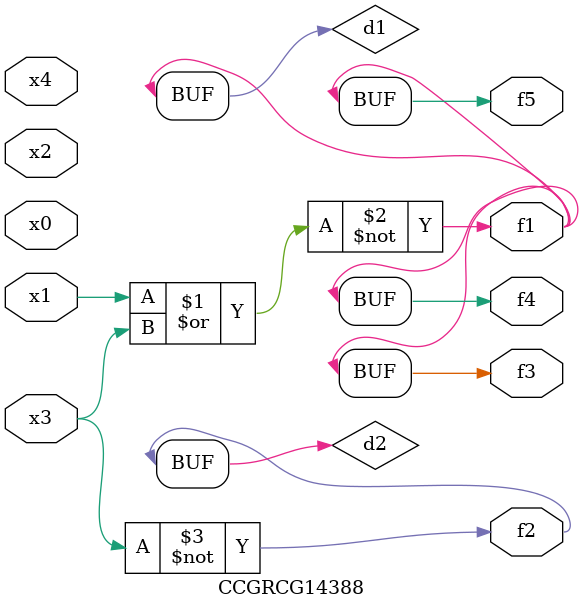
<source format=v>
module CCGRCG14388(
	input x0, x1, x2, x3, x4,
	output f1, f2, f3, f4, f5
);

	wire d1, d2;

	nor (d1, x1, x3);
	not (d2, x3);
	assign f1 = d1;
	assign f2 = d2;
	assign f3 = d1;
	assign f4 = d1;
	assign f5 = d1;
endmodule

</source>
